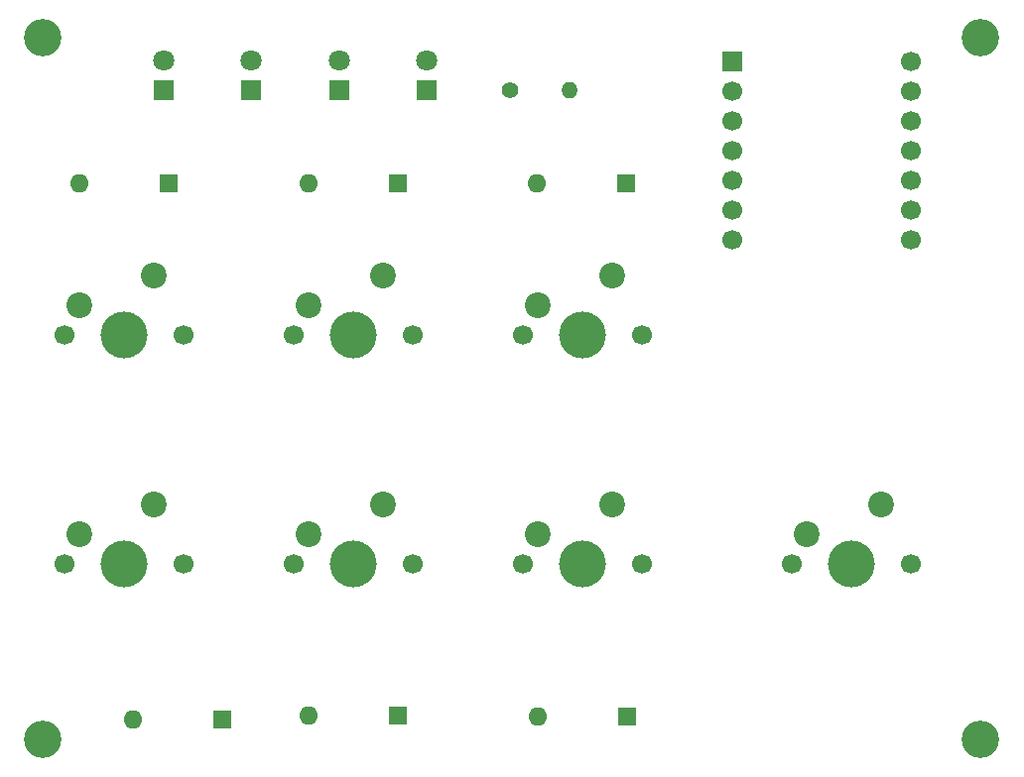
<source format=gbr>
%TF.GenerationSoftware,KiCad,Pcbnew,8.0.6*%
%TF.CreationDate,2024-10-20T16:09:44+03:00*%
%TF.ProjectId,oakpad,6f616b70-6164-42e6-9b69-6361645f7063,rev?*%
%TF.SameCoordinates,Original*%
%TF.FileFunction,Soldermask,Top*%
%TF.FilePolarity,Negative*%
%FSLAX46Y46*%
G04 Gerber Fmt 4.6, Leading zero omitted, Abs format (unit mm)*
G04 Created by KiCad (PCBNEW 8.0.6) date 2024-10-20 16:09:44*
%MOMM*%
%LPD*%
G01*
G04 APERTURE LIST*
%ADD10C,1.700000*%
%ADD11C,4.000000*%
%ADD12C,2.200000*%
%ADD13R,1.600000X1.600000*%
%ADD14O,1.600000X1.600000*%
%ADD15R,1.800000X1.800000*%
%ADD16C,1.800000*%
%ADD17C,1.400000*%
%ADD18O,1.400000X1.400000*%
%ADD19C,3.200000*%
%ADD20R,1.700000X1.700000*%
G04 APERTURE END LIST*
D10*
%TO.C,SW1*%
X17845000Y-41425000D03*
D11*
X22925000Y-41425000D03*
D10*
X28005000Y-41425000D03*
D12*
X25465000Y-36345000D03*
X19115000Y-38885000D03*
%TD*%
D13*
%TO.C,D4*%
X31310000Y-74250000D03*
D14*
X23690000Y-74250000D03*
%TD*%
D15*
%TO.C,D10*%
X48750000Y-20500000D03*
D16*
X48750000Y-17960000D03*
%TD*%
D10*
%TO.C,SW3*%
X56945000Y-41425000D03*
D11*
X62025000Y-41425000D03*
D10*
X67105000Y-41425000D03*
D12*
X64565000Y-36345000D03*
X58215000Y-38885000D03*
%TD*%
D10*
%TO.C,SW5*%
X37395000Y-60975000D03*
D11*
X42475000Y-60975000D03*
D10*
X47555000Y-60975000D03*
D12*
X45015000Y-55895000D03*
X38665000Y-58435000D03*
%TD*%
D13*
%TO.C,D1*%
X26730000Y-28500000D03*
D14*
X19110000Y-28500000D03*
%TD*%
D15*
%TO.C,D8*%
X33750000Y-20500000D03*
D16*
X33750000Y-17960000D03*
%TD*%
D10*
%TO.C,SW7*%
X79895000Y-60975000D03*
D11*
X84975000Y-60975000D03*
D10*
X90055000Y-60975000D03*
D12*
X87515000Y-55895000D03*
X81165000Y-58435000D03*
%TD*%
D13*
%TO.C,D2*%
X46310000Y-28500000D03*
D14*
X38690000Y-28500000D03*
%TD*%
D13*
%TO.C,D6*%
X65810000Y-74040000D03*
D14*
X58190000Y-74040000D03*
%TD*%
D17*
%TO.C,R1*%
X55840000Y-20500000D03*
D18*
X60920000Y-20500000D03*
%TD*%
D19*
%TO.C,H4*%
X96000000Y-76000000D03*
%TD*%
D13*
%TO.C,D3*%
X65730000Y-28500000D03*
D14*
X58110000Y-28500000D03*
%TD*%
D10*
%TO.C,SW2*%
X37395000Y-41425000D03*
D11*
X42475000Y-41425000D03*
D10*
X47555000Y-41425000D03*
D12*
X45015000Y-36345000D03*
X38665000Y-38885000D03*
%TD*%
D19*
%TO.C,H2*%
X96000000Y-16000000D03*
%TD*%
D15*
%TO.C,D7*%
X26250000Y-20500000D03*
D16*
X26250000Y-17960000D03*
%TD*%
D10*
%TO.C,SW4*%
X17845000Y-60975000D03*
D11*
X22925000Y-60975000D03*
D10*
X28005000Y-60975000D03*
D12*
X25465000Y-55895000D03*
X19115000Y-58435000D03*
%TD*%
D19*
%TO.C,H1*%
X16000000Y-16000000D03*
%TD*%
D20*
%TO.C,U1*%
X74770250Y-18092015D03*
D10*
X74770250Y-20632015D03*
X74770250Y-23172015D03*
X74770250Y-25712015D03*
X74770250Y-28252015D03*
X74770250Y-30792015D03*
X74770250Y-33332015D03*
X90020250Y-33332015D03*
X90020250Y-30792015D03*
X90020250Y-28252015D03*
X90020250Y-25712015D03*
X90020250Y-23172015D03*
X90020250Y-20632015D03*
X90020250Y-18092015D03*
%TD*%
%TO.C,SW6*%
X56945000Y-60975000D03*
D11*
X62025000Y-60975000D03*
D10*
X67105000Y-60975000D03*
D12*
X64565000Y-55895000D03*
X58215000Y-58435000D03*
%TD*%
D13*
%TO.C,D5*%
X46310000Y-73960000D03*
D14*
X38690000Y-73960000D03*
%TD*%
D19*
%TO.C,H3*%
X16000000Y-76000000D03*
%TD*%
D15*
%TO.C,D9*%
X41250000Y-20500000D03*
D16*
X41250000Y-17960000D03*
%TD*%
M02*

</source>
